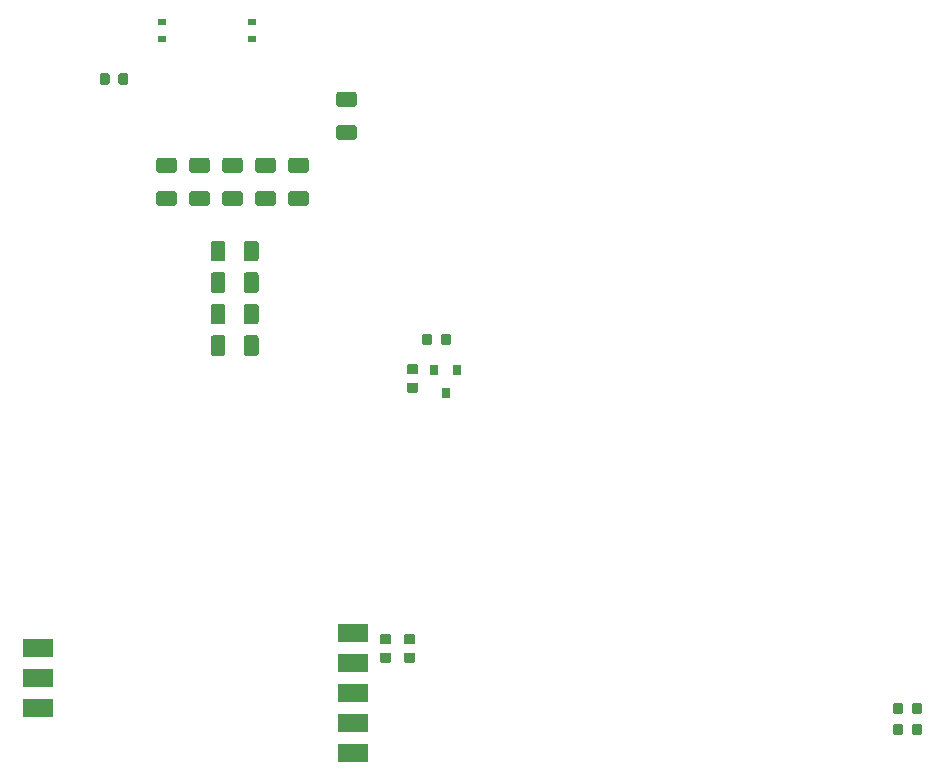
<source format=gbr>
G04 #@! TF.GenerationSoftware,KiCad,Pcbnew,(5.0.0)*
G04 #@! TF.CreationDate,2019-05-21T21:20:09+02:00*
G04 #@! TF.ProjectId,Nightmare V2 pcb V6,4E696768746D61726520563220706362,rev?*
G04 #@! TF.SameCoordinates,Original*
G04 #@! TF.FileFunction,Paste,Bot*
G04 #@! TF.FilePolarity,Positive*
%FSLAX46Y46*%
G04 Gerber Fmt 4.6, Leading zero omitted, Abs format (unit mm)*
G04 Created by KiCad (PCBNEW (5.0.0)) date 05/21/19 21:20:09*
%MOMM*%
%LPD*%
G01*
G04 APERTURE LIST*
%ADD10C,0.100000*%
%ADD11C,0.875000*%
%ADD12R,0.800000X0.900000*%
%ADD13R,0.700000X0.600000*%
%ADD14C,1.250000*%
%ADD15R,2.540000X1.524000*%
G04 APERTURE END LIST*
D10*
G04 #@! TO.C,R12*
G36*
X160539691Y-106714053D02*
X160560926Y-106717203D01*
X160581750Y-106722419D01*
X160601962Y-106729651D01*
X160621368Y-106738830D01*
X160639781Y-106749866D01*
X160657024Y-106762654D01*
X160672930Y-106777070D01*
X160687346Y-106792976D01*
X160700134Y-106810219D01*
X160711170Y-106828632D01*
X160720349Y-106848038D01*
X160727581Y-106868250D01*
X160732797Y-106889074D01*
X160735947Y-106910309D01*
X160737000Y-106931750D01*
X160737000Y-107444250D01*
X160735947Y-107465691D01*
X160732797Y-107486926D01*
X160727581Y-107507750D01*
X160720349Y-107527962D01*
X160711170Y-107547368D01*
X160700134Y-107565781D01*
X160687346Y-107583024D01*
X160672930Y-107598930D01*
X160657024Y-107613346D01*
X160639781Y-107626134D01*
X160621368Y-107637170D01*
X160601962Y-107646349D01*
X160581750Y-107653581D01*
X160560926Y-107658797D01*
X160539691Y-107661947D01*
X160518250Y-107663000D01*
X160080750Y-107663000D01*
X160059309Y-107661947D01*
X160038074Y-107658797D01*
X160017250Y-107653581D01*
X159997038Y-107646349D01*
X159977632Y-107637170D01*
X159959219Y-107626134D01*
X159941976Y-107613346D01*
X159926070Y-107598930D01*
X159911654Y-107583024D01*
X159898866Y-107565781D01*
X159887830Y-107547368D01*
X159878651Y-107527962D01*
X159871419Y-107507750D01*
X159866203Y-107486926D01*
X159863053Y-107465691D01*
X159862000Y-107444250D01*
X159862000Y-106931750D01*
X159863053Y-106910309D01*
X159866203Y-106889074D01*
X159871419Y-106868250D01*
X159878651Y-106848038D01*
X159887830Y-106828632D01*
X159898866Y-106810219D01*
X159911654Y-106792976D01*
X159926070Y-106777070D01*
X159941976Y-106762654D01*
X159959219Y-106749866D01*
X159977632Y-106738830D01*
X159997038Y-106729651D01*
X160017250Y-106722419D01*
X160038074Y-106717203D01*
X160059309Y-106714053D01*
X160080750Y-106713000D01*
X160518250Y-106713000D01*
X160539691Y-106714053D01*
X160539691Y-106714053D01*
G37*
D11*
X160299500Y-107188000D03*
D10*
G36*
X158964691Y-106714053D02*
X158985926Y-106717203D01*
X159006750Y-106722419D01*
X159026962Y-106729651D01*
X159046368Y-106738830D01*
X159064781Y-106749866D01*
X159082024Y-106762654D01*
X159097930Y-106777070D01*
X159112346Y-106792976D01*
X159125134Y-106810219D01*
X159136170Y-106828632D01*
X159145349Y-106848038D01*
X159152581Y-106868250D01*
X159157797Y-106889074D01*
X159160947Y-106910309D01*
X159162000Y-106931750D01*
X159162000Y-107444250D01*
X159160947Y-107465691D01*
X159157797Y-107486926D01*
X159152581Y-107507750D01*
X159145349Y-107527962D01*
X159136170Y-107547368D01*
X159125134Y-107565781D01*
X159112346Y-107583024D01*
X159097930Y-107598930D01*
X159082024Y-107613346D01*
X159064781Y-107626134D01*
X159046368Y-107637170D01*
X159026962Y-107646349D01*
X159006750Y-107653581D01*
X158985926Y-107658797D01*
X158964691Y-107661947D01*
X158943250Y-107663000D01*
X158505750Y-107663000D01*
X158484309Y-107661947D01*
X158463074Y-107658797D01*
X158442250Y-107653581D01*
X158422038Y-107646349D01*
X158402632Y-107637170D01*
X158384219Y-107626134D01*
X158366976Y-107613346D01*
X158351070Y-107598930D01*
X158336654Y-107583024D01*
X158323866Y-107565781D01*
X158312830Y-107547368D01*
X158303651Y-107527962D01*
X158296419Y-107507750D01*
X158291203Y-107486926D01*
X158288053Y-107465691D01*
X158287000Y-107444250D01*
X158287000Y-106931750D01*
X158288053Y-106910309D01*
X158291203Y-106889074D01*
X158296419Y-106868250D01*
X158303651Y-106848038D01*
X158312830Y-106828632D01*
X158323866Y-106810219D01*
X158336654Y-106792976D01*
X158351070Y-106777070D01*
X158366976Y-106762654D01*
X158384219Y-106749866D01*
X158402632Y-106738830D01*
X158422038Y-106729651D01*
X158442250Y-106722419D01*
X158463074Y-106717203D01*
X158484309Y-106714053D01*
X158505750Y-106713000D01*
X158943250Y-106713000D01*
X158964691Y-106714053D01*
X158964691Y-106714053D01*
G37*
D11*
X158724500Y-107188000D03*
G04 #@! TD*
D10*
G04 #@! TO.C,R8*
G36*
X157757691Y-109266053D02*
X157778926Y-109269203D01*
X157799750Y-109274419D01*
X157819962Y-109281651D01*
X157839368Y-109290830D01*
X157857781Y-109301866D01*
X157875024Y-109314654D01*
X157890930Y-109329070D01*
X157905346Y-109344976D01*
X157918134Y-109362219D01*
X157929170Y-109380632D01*
X157938349Y-109400038D01*
X157945581Y-109420250D01*
X157950797Y-109441074D01*
X157953947Y-109462309D01*
X157955000Y-109483750D01*
X157955000Y-109921250D01*
X157953947Y-109942691D01*
X157950797Y-109963926D01*
X157945581Y-109984750D01*
X157938349Y-110004962D01*
X157929170Y-110024368D01*
X157918134Y-110042781D01*
X157905346Y-110060024D01*
X157890930Y-110075930D01*
X157875024Y-110090346D01*
X157857781Y-110103134D01*
X157839368Y-110114170D01*
X157819962Y-110123349D01*
X157799750Y-110130581D01*
X157778926Y-110135797D01*
X157757691Y-110138947D01*
X157736250Y-110140000D01*
X157223750Y-110140000D01*
X157202309Y-110138947D01*
X157181074Y-110135797D01*
X157160250Y-110130581D01*
X157140038Y-110123349D01*
X157120632Y-110114170D01*
X157102219Y-110103134D01*
X157084976Y-110090346D01*
X157069070Y-110075930D01*
X157054654Y-110060024D01*
X157041866Y-110042781D01*
X157030830Y-110024368D01*
X157021651Y-110004962D01*
X157014419Y-109984750D01*
X157009203Y-109963926D01*
X157006053Y-109942691D01*
X157005000Y-109921250D01*
X157005000Y-109483750D01*
X157006053Y-109462309D01*
X157009203Y-109441074D01*
X157014419Y-109420250D01*
X157021651Y-109400038D01*
X157030830Y-109380632D01*
X157041866Y-109362219D01*
X157054654Y-109344976D01*
X157069070Y-109329070D01*
X157084976Y-109314654D01*
X157102219Y-109301866D01*
X157120632Y-109290830D01*
X157140038Y-109281651D01*
X157160250Y-109274419D01*
X157181074Y-109269203D01*
X157202309Y-109266053D01*
X157223750Y-109265000D01*
X157736250Y-109265000D01*
X157757691Y-109266053D01*
X157757691Y-109266053D01*
G37*
D11*
X157480000Y-109702500D03*
D10*
G36*
X157757691Y-110841053D02*
X157778926Y-110844203D01*
X157799750Y-110849419D01*
X157819962Y-110856651D01*
X157839368Y-110865830D01*
X157857781Y-110876866D01*
X157875024Y-110889654D01*
X157890930Y-110904070D01*
X157905346Y-110919976D01*
X157918134Y-110937219D01*
X157929170Y-110955632D01*
X157938349Y-110975038D01*
X157945581Y-110995250D01*
X157950797Y-111016074D01*
X157953947Y-111037309D01*
X157955000Y-111058750D01*
X157955000Y-111496250D01*
X157953947Y-111517691D01*
X157950797Y-111538926D01*
X157945581Y-111559750D01*
X157938349Y-111579962D01*
X157929170Y-111599368D01*
X157918134Y-111617781D01*
X157905346Y-111635024D01*
X157890930Y-111650930D01*
X157875024Y-111665346D01*
X157857781Y-111678134D01*
X157839368Y-111689170D01*
X157819962Y-111698349D01*
X157799750Y-111705581D01*
X157778926Y-111710797D01*
X157757691Y-111713947D01*
X157736250Y-111715000D01*
X157223750Y-111715000D01*
X157202309Y-111713947D01*
X157181074Y-111710797D01*
X157160250Y-111705581D01*
X157140038Y-111698349D01*
X157120632Y-111689170D01*
X157102219Y-111678134D01*
X157084976Y-111665346D01*
X157069070Y-111650930D01*
X157054654Y-111635024D01*
X157041866Y-111617781D01*
X157030830Y-111599368D01*
X157021651Y-111579962D01*
X157014419Y-111559750D01*
X157009203Y-111538926D01*
X157006053Y-111517691D01*
X157005000Y-111496250D01*
X157005000Y-111058750D01*
X157006053Y-111037309D01*
X157009203Y-111016074D01*
X157014419Y-110995250D01*
X157021651Y-110975038D01*
X157030830Y-110955632D01*
X157041866Y-110937219D01*
X157054654Y-110919976D01*
X157069070Y-110904070D01*
X157084976Y-110889654D01*
X157102219Y-110876866D01*
X157120632Y-110865830D01*
X157140038Y-110856651D01*
X157160250Y-110849419D01*
X157181074Y-110844203D01*
X157202309Y-110841053D01*
X157223750Y-110840000D01*
X157736250Y-110840000D01*
X157757691Y-110841053D01*
X157757691Y-110841053D01*
G37*
D11*
X157480000Y-111277500D03*
G04 #@! TD*
D12*
G04 #@! TO.C,Q2*
X159324000Y-109744000D03*
X161224000Y-109744000D03*
X160274000Y-111744000D03*
G04 #@! TD*
D13*
G04 #@! TO.C,D3*
X143891000Y-81726000D03*
X143891000Y-80326000D03*
G04 #@! TD*
G04 #@! TO.C,D2*
X136271000Y-80326000D03*
X136271000Y-81726000D03*
G04 #@! TD*
D10*
G04 #@! TO.C,C1*
G36*
X133234691Y-84666853D02*
X133255926Y-84670003D01*
X133276750Y-84675219D01*
X133296962Y-84682451D01*
X133316368Y-84691630D01*
X133334781Y-84702666D01*
X133352024Y-84715454D01*
X133367930Y-84729870D01*
X133382346Y-84745776D01*
X133395134Y-84763019D01*
X133406170Y-84781432D01*
X133415349Y-84800838D01*
X133422581Y-84821050D01*
X133427797Y-84841874D01*
X133430947Y-84863109D01*
X133432000Y-84884550D01*
X133432000Y-85397050D01*
X133430947Y-85418491D01*
X133427797Y-85439726D01*
X133422581Y-85460550D01*
X133415349Y-85480762D01*
X133406170Y-85500168D01*
X133395134Y-85518581D01*
X133382346Y-85535824D01*
X133367930Y-85551730D01*
X133352024Y-85566146D01*
X133334781Y-85578934D01*
X133316368Y-85589970D01*
X133296962Y-85599149D01*
X133276750Y-85606381D01*
X133255926Y-85611597D01*
X133234691Y-85614747D01*
X133213250Y-85615800D01*
X132775750Y-85615800D01*
X132754309Y-85614747D01*
X132733074Y-85611597D01*
X132712250Y-85606381D01*
X132692038Y-85599149D01*
X132672632Y-85589970D01*
X132654219Y-85578934D01*
X132636976Y-85566146D01*
X132621070Y-85551730D01*
X132606654Y-85535824D01*
X132593866Y-85518581D01*
X132582830Y-85500168D01*
X132573651Y-85480762D01*
X132566419Y-85460550D01*
X132561203Y-85439726D01*
X132558053Y-85418491D01*
X132557000Y-85397050D01*
X132557000Y-84884550D01*
X132558053Y-84863109D01*
X132561203Y-84841874D01*
X132566419Y-84821050D01*
X132573651Y-84800838D01*
X132582830Y-84781432D01*
X132593866Y-84763019D01*
X132606654Y-84745776D01*
X132621070Y-84729870D01*
X132636976Y-84715454D01*
X132654219Y-84702666D01*
X132672632Y-84691630D01*
X132692038Y-84682451D01*
X132712250Y-84675219D01*
X132733074Y-84670003D01*
X132754309Y-84666853D01*
X132775750Y-84665800D01*
X133213250Y-84665800D01*
X133234691Y-84666853D01*
X133234691Y-84666853D01*
G37*
D11*
X132994500Y-85140800D03*
D10*
G36*
X131659691Y-84666853D02*
X131680926Y-84670003D01*
X131701750Y-84675219D01*
X131721962Y-84682451D01*
X131741368Y-84691630D01*
X131759781Y-84702666D01*
X131777024Y-84715454D01*
X131792930Y-84729870D01*
X131807346Y-84745776D01*
X131820134Y-84763019D01*
X131831170Y-84781432D01*
X131840349Y-84800838D01*
X131847581Y-84821050D01*
X131852797Y-84841874D01*
X131855947Y-84863109D01*
X131857000Y-84884550D01*
X131857000Y-85397050D01*
X131855947Y-85418491D01*
X131852797Y-85439726D01*
X131847581Y-85460550D01*
X131840349Y-85480762D01*
X131831170Y-85500168D01*
X131820134Y-85518581D01*
X131807346Y-85535824D01*
X131792930Y-85551730D01*
X131777024Y-85566146D01*
X131759781Y-85578934D01*
X131741368Y-85589970D01*
X131721962Y-85599149D01*
X131701750Y-85606381D01*
X131680926Y-85611597D01*
X131659691Y-85614747D01*
X131638250Y-85615800D01*
X131200750Y-85615800D01*
X131179309Y-85614747D01*
X131158074Y-85611597D01*
X131137250Y-85606381D01*
X131117038Y-85599149D01*
X131097632Y-85589970D01*
X131079219Y-85578934D01*
X131061976Y-85566146D01*
X131046070Y-85551730D01*
X131031654Y-85535824D01*
X131018866Y-85518581D01*
X131007830Y-85500168D01*
X130998651Y-85480762D01*
X130991419Y-85460550D01*
X130986203Y-85439726D01*
X130983053Y-85418491D01*
X130982000Y-85397050D01*
X130982000Y-84884550D01*
X130983053Y-84863109D01*
X130986203Y-84841874D01*
X130991419Y-84821050D01*
X130998651Y-84800838D01*
X131007830Y-84781432D01*
X131018866Y-84763019D01*
X131031654Y-84745776D01*
X131046070Y-84729870D01*
X131061976Y-84715454D01*
X131079219Y-84702666D01*
X131097632Y-84691630D01*
X131117038Y-84682451D01*
X131137250Y-84675219D01*
X131158074Y-84670003D01*
X131179309Y-84666853D01*
X131200750Y-84665800D01*
X131638250Y-84665800D01*
X131659691Y-84666853D01*
X131659691Y-84666853D01*
G37*
D11*
X131419500Y-85140800D03*
G04 #@! TD*
D10*
G04 #@! TO.C,C67*
G36*
X157503691Y-133701053D02*
X157524926Y-133704203D01*
X157545750Y-133709419D01*
X157565962Y-133716651D01*
X157585368Y-133725830D01*
X157603781Y-133736866D01*
X157621024Y-133749654D01*
X157636930Y-133764070D01*
X157651346Y-133779976D01*
X157664134Y-133797219D01*
X157675170Y-133815632D01*
X157684349Y-133835038D01*
X157691581Y-133855250D01*
X157696797Y-133876074D01*
X157699947Y-133897309D01*
X157701000Y-133918750D01*
X157701000Y-134356250D01*
X157699947Y-134377691D01*
X157696797Y-134398926D01*
X157691581Y-134419750D01*
X157684349Y-134439962D01*
X157675170Y-134459368D01*
X157664134Y-134477781D01*
X157651346Y-134495024D01*
X157636930Y-134510930D01*
X157621024Y-134525346D01*
X157603781Y-134538134D01*
X157585368Y-134549170D01*
X157565962Y-134558349D01*
X157545750Y-134565581D01*
X157524926Y-134570797D01*
X157503691Y-134573947D01*
X157482250Y-134575000D01*
X156969750Y-134575000D01*
X156948309Y-134573947D01*
X156927074Y-134570797D01*
X156906250Y-134565581D01*
X156886038Y-134558349D01*
X156866632Y-134549170D01*
X156848219Y-134538134D01*
X156830976Y-134525346D01*
X156815070Y-134510930D01*
X156800654Y-134495024D01*
X156787866Y-134477781D01*
X156776830Y-134459368D01*
X156767651Y-134439962D01*
X156760419Y-134419750D01*
X156755203Y-134398926D01*
X156752053Y-134377691D01*
X156751000Y-134356250D01*
X156751000Y-133918750D01*
X156752053Y-133897309D01*
X156755203Y-133876074D01*
X156760419Y-133855250D01*
X156767651Y-133835038D01*
X156776830Y-133815632D01*
X156787866Y-133797219D01*
X156800654Y-133779976D01*
X156815070Y-133764070D01*
X156830976Y-133749654D01*
X156848219Y-133736866D01*
X156866632Y-133725830D01*
X156886038Y-133716651D01*
X156906250Y-133709419D01*
X156927074Y-133704203D01*
X156948309Y-133701053D01*
X156969750Y-133700000D01*
X157482250Y-133700000D01*
X157503691Y-133701053D01*
X157503691Y-133701053D01*
G37*
D11*
X157226000Y-134137500D03*
D10*
G36*
X157503691Y-132126053D02*
X157524926Y-132129203D01*
X157545750Y-132134419D01*
X157565962Y-132141651D01*
X157585368Y-132150830D01*
X157603781Y-132161866D01*
X157621024Y-132174654D01*
X157636930Y-132189070D01*
X157651346Y-132204976D01*
X157664134Y-132222219D01*
X157675170Y-132240632D01*
X157684349Y-132260038D01*
X157691581Y-132280250D01*
X157696797Y-132301074D01*
X157699947Y-132322309D01*
X157701000Y-132343750D01*
X157701000Y-132781250D01*
X157699947Y-132802691D01*
X157696797Y-132823926D01*
X157691581Y-132844750D01*
X157684349Y-132864962D01*
X157675170Y-132884368D01*
X157664134Y-132902781D01*
X157651346Y-132920024D01*
X157636930Y-132935930D01*
X157621024Y-132950346D01*
X157603781Y-132963134D01*
X157585368Y-132974170D01*
X157565962Y-132983349D01*
X157545750Y-132990581D01*
X157524926Y-132995797D01*
X157503691Y-132998947D01*
X157482250Y-133000000D01*
X156969750Y-133000000D01*
X156948309Y-132998947D01*
X156927074Y-132995797D01*
X156906250Y-132990581D01*
X156886038Y-132983349D01*
X156866632Y-132974170D01*
X156848219Y-132963134D01*
X156830976Y-132950346D01*
X156815070Y-132935930D01*
X156800654Y-132920024D01*
X156787866Y-132902781D01*
X156776830Y-132884368D01*
X156767651Y-132864962D01*
X156760419Y-132844750D01*
X156755203Y-132823926D01*
X156752053Y-132802691D01*
X156751000Y-132781250D01*
X156751000Y-132343750D01*
X156752053Y-132322309D01*
X156755203Y-132301074D01*
X156760419Y-132280250D01*
X156767651Y-132260038D01*
X156776830Y-132240632D01*
X156787866Y-132222219D01*
X156800654Y-132204976D01*
X156815070Y-132189070D01*
X156830976Y-132174654D01*
X156848219Y-132161866D01*
X156866632Y-132150830D01*
X156886038Y-132141651D01*
X156906250Y-132134419D01*
X156927074Y-132129203D01*
X156948309Y-132126053D01*
X156969750Y-132125000D01*
X157482250Y-132125000D01*
X157503691Y-132126053D01*
X157503691Y-132126053D01*
G37*
D11*
X157226000Y-132562500D03*
G04 #@! TD*
D10*
G04 #@! TO.C,C66*
G36*
X155471691Y-132126053D02*
X155492926Y-132129203D01*
X155513750Y-132134419D01*
X155533962Y-132141651D01*
X155553368Y-132150830D01*
X155571781Y-132161866D01*
X155589024Y-132174654D01*
X155604930Y-132189070D01*
X155619346Y-132204976D01*
X155632134Y-132222219D01*
X155643170Y-132240632D01*
X155652349Y-132260038D01*
X155659581Y-132280250D01*
X155664797Y-132301074D01*
X155667947Y-132322309D01*
X155669000Y-132343750D01*
X155669000Y-132781250D01*
X155667947Y-132802691D01*
X155664797Y-132823926D01*
X155659581Y-132844750D01*
X155652349Y-132864962D01*
X155643170Y-132884368D01*
X155632134Y-132902781D01*
X155619346Y-132920024D01*
X155604930Y-132935930D01*
X155589024Y-132950346D01*
X155571781Y-132963134D01*
X155553368Y-132974170D01*
X155533962Y-132983349D01*
X155513750Y-132990581D01*
X155492926Y-132995797D01*
X155471691Y-132998947D01*
X155450250Y-133000000D01*
X154937750Y-133000000D01*
X154916309Y-132998947D01*
X154895074Y-132995797D01*
X154874250Y-132990581D01*
X154854038Y-132983349D01*
X154834632Y-132974170D01*
X154816219Y-132963134D01*
X154798976Y-132950346D01*
X154783070Y-132935930D01*
X154768654Y-132920024D01*
X154755866Y-132902781D01*
X154744830Y-132884368D01*
X154735651Y-132864962D01*
X154728419Y-132844750D01*
X154723203Y-132823926D01*
X154720053Y-132802691D01*
X154719000Y-132781250D01*
X154719000Y-132343750D01*
X154720053Y-132322309D01*
X154723203Y-132301074D01*
X154728419Y-132280250D01*
X154735651Y-132260038D01*
X154744830Y-132240632D01*
X154755866Y-132222219D01*
X154768654Y-132204976D01*
X154783070Y-132189070D01*
X154798976Y-132174654D01*
X154816219Y-132161866D01*
X154834632Y-132150830D01*
X154854038Y-132141651D01*
X154874250Y-132134419D01*
X154895074Y-132129203D01*
X154916309Y-132126053D01*
X154937750Y-132125000D01*
X155450250Y-132125000D01*
X155471691Y-132126053D01*
X155471691Y-132126053D01*
G37*
D11*
X155194000Y-132562500D03*
D10*
G36*
X155471691Y-133701053D02*
X155492926Y-133704203D01*
X155513750Y-133709419D01*
X155533962Y-133716651D01*
X155553368Y-133725830D01*
X155571781Y-133736866D01*
X155589024Y-133749654D01*
X155604930Y-133764070D01*
X155619346Y-133779976D01*
X155632134Y-133797219D01*
X155643170Y-133815632D01*
X155652349Y-133835038D01*
X155659581Y-133855250D01*
X155664797Y-133876074D01*
X155667947Y-133897309D01*
X155669000Y-133918750D01*
X155669000Y-134356250D01*
X155667947Y-134377691D01*
X155664797Y-134398926D01*
X155659581Y-134419750D01*
X155652349Y-134439962D01*
X155643170Y-134459368D01*
X155632134Y-134477781D01*
X155619346Y-134495024D01*
X155604930Y-134510930D01*
X155589024Y-134525346D01*
X155571781Y-134538134D01*
X155553368Y-134549170D01*
X155533962Y-134558349D01*
X155513750Y-134565581D01*
X155492926Y-134570797D01*
X155471691Y-134573947D01*
X155450250Y-134575000D01*
X154937750Y-134575000D01*
X154916309Y-134573947D01*
X154895074Y-134570797D01*
X154874250Y-134565581D01*
X154854038Y-134558349D01*
X154834632Y-134549170D01*
X154816219Y-134538134D01*
X154798976Y-134525346D01*
X154783070Y-134510930D01*
X154768654Y-134495024D01*
X154755866Y-134477781D01*
X154744830Y-134459368D01*
X154735651Y-134439962D01*
X154728419Y-134419750D01*
X154723203Y-134398926D01*
X154720053Y-134377691D01*
X154719000Y-134356250D01*
X154719000Y-133918750D01*
X154720053Y-133897309D01*
X154723203Y-133876074D01*
X154728419Y-133855250D01*
X154735651Y-133835038D01*
X154744830Y-133815632D01*
X154755866Y-133797219D01*
X154768654Y-133779976D01*
X154783070Y-133764070D01*
X154798976Y-133749654D01*
X154816219Y-133736866D01*
X154834632Y-133725830D01*
X154854038Y-133716651D01*
X154874250Y-133709419D01*
X154895074Y-133704203D01*
X154916309Y-133701053D01*
X154937750Y-133700000D01*
X155450250Y-133700000D01*
X155471691Y-133701053D01*
X155471691Y-133701053D01*
G37*
D11*
X155194000Y-134137500D03*
G04 #@! TD*
D10*
G04 #@! TO.C,C64*
G36*
X198842691Y-139734053D02*
X198863926Y-139737203D01*
X198884750Y-139742419D01*
X198904962Y-139749651D01*
X198924368Y-139758830D01*
X198942781Y-139769866D01*
X198960024Y-139782654D01*
X198975930Y-139797070D01*
X198990346Y-139812976D01*
X199003134Y-139830219D01*
X199014170Y-139848632D01*
X199023349Y-139868038D01*
X199030581Y-139888250D01*
X199035797Y-139909074D01*
X199038947Y-139930309D01*
X199040000Y-139951750D01*
X199040000Y-140464250D01*
X199038947Y-140485691D01*
X199035797Y-140506926D01*
X199030581Y-140527750D01*
X199023349Y-140547962D01*
X199014170Y-140567368D01*
X199003134Y-140585781D01*
X198990346Y-140603024D01*
X198975930Y-140618930D01*
X198960024Y-140633346D01*
X198942781Y-140646134D01*
X198924368Y-140657170D01*
X198904962Y-140666349D01*
X198884750Y-140673581D01*
X198863926Y-140678797D01*
X198842691Y-140681947D01*
X198821250Y-140683000D01*
X198383750Y-140683000D01*
X198362309Y-140681947D01*
X198341074Y-140678797D01*
X198320250Y-140673581D01*
X198300038Y-140666349D01*
X198280632Y-140657170D01*
X198262219Y-140646134D01*
X198244976Y-140633346D01*
X198229070Y-140618930D01*
X198214654Y-140603024D01*
X198201866Y-140585781D01*
X198190830Y-140567368D01*
X198181651Y-140547962D01*
X198174419Y-140527750D01*
X198169203Y-140506926D01*
X198166053Y-140485691D01*
X198165000Y-140464250D01*
X198165000Y-139951750D01*
X198166053Y-139930309D01*
X198169203Y-139909074D01*
X198174419Y-139888250D01*
X198181651Y-139868038D01*
X198190830Y-139848632D01*
X198201866Y-139830219D01*
X198214654Y-139812976D01*
X198229070Y-139797070D01*
X198244976Y-139782654D01*
X198262219Y-139769866D01*
X198280632Y-139758830D01*
X198300038Y-139749651D01*
X198320250Y-139742419D01*
X198341074Y-139737203D01*
X198362309Y-139734053D01*
X198383750Y-139733000D01*
X198821250Y-139733000D01*
X198842691Y-139734053D01*
X198842691Y-139734053D01*
G37*
D11*
X198602500Y-140208000D03*
D10*
G36*
X200417691Y-139734053D02*
X200438926Y-139737203D01*
X200459750Y-139742419D01*
X200479962Y-139749651D01*
X200499368Y-139758830D01*
X200517781Y-139769866D01*
X200535024Y-139782654D01*
X200550930Y-139797070D01*
X200565346Y-139812976D01*
X200578134Y-139830219D01*
X200589170Y-139848632D01*
X200598349Y-139868038D01*
X200605581Y-139888250D01*
X200610797Y-139909074D01*
X200613947Y-139930309D01*
X200615000Y-139951750D01*
X200615000Y-140464250D01*
X200613947Y-140485691D01*
X200610797Y-140506926D01*
X200605581Y-140527750D01*
X200598349Y-140547962D01*
X200589170Y-140567368D01*
X200578134Y-140585781D01*
X200565346Y-140603024D01*
X200550930Y-140618930D01*
X200535024Y-140633346D01*
X200517781Y-140646134D01*
X200499368Y-140657170D01*
X200479962Y-140666349D01*
X200459750Y-140673581D01*
X200438926Y-140678797D01*
X200417691Y-140681947D01*
X200396250Y-140683000D01*
X199958750Y-140683000D01*
X199937309Y-140681947D01*
X199916074Y-140678797D01*
X199895250Y-140673581D01*
X199875038Y-140666349D01*
X199855632Y-140657170D01*
X199837219Y-140646134D01*
X199819976Y-140633346D01*
X199804070Y-140618930D01*
X199789654Y-140603024D01*
X199776866Y-140585781D01*
X199765830Y-140567368D01*
X199756651Y-140547962D01*
X199749419Y-140527750D01*
X199744203Y-140506926D01*
X199741053Y-140485691D01*
X199740000Y-140464250D01*
X199740000Y-139951750D01*
X199741053Y-139930309D01*
X199744203Y-139909074D01*
X199749419Y-139888250D01*
X199756651Y-139868038D01*
X199765830Y-139848632D01*
X199776866Y-139830219D01*
X199789654Y-139812976D01*
X199804070Y-139797070D01*
X199819976Y-139782654D01*
X199837219Y-139769866D01*
X199855632Y-139758830D01*
X199875038Y-139749651D01*
X199895250Y-139742419D01*
X199916074Y-139737203D01*
X199937309Y-139734053D01*
X199958750Y-139733000D01*
X200396250Y-139733000D01*
X200417691Y-139734053D01*
X200417691Y-139734053D01*
G37*
D11*
X200177500Y-140208000D03*
G04 #@! TD*
D10*
G04 #@! TO.C,C65*
G36*
X200417691Y-137956053D02*
X200438926Y-137959203D01*
X200459750Y-137964419D01*
X200479962Y-137971651D01*
X200499368Y-137980830D01*
X200517781Y-137991866D01*
X200535024Y-138004654D01*
X200550930Y-138019070D01*
X200565346Y-138034976D01*
X200578134Y-138052219D01*
X200589170Y-138070632D01*
X200598349Y-138090038D01*
X200605581Y-138110250D01*
X200610797Y-138131074D01*
X200613947Y-138152309D01*
X200615000Y-138173750D01*
X200615000Y-138686250D01*
X200613947Y-138707691D01*
X200610797Y-138728926D01*
X200605581Y-138749750D01*
X200598349Y-138769962D01*
X200589170Y-138789368D01*
X200578134Y-138807781D01*
X200565346Y-138825024D01*
X200550930Y-138840930D01*
X200535024Y-138855346D01*
X200517781Y-138868134D01*
X200499368Y-138879170D01*
X200479962Y-138888349D01*
X200459750Y-138895581D01*
X200438926Y-138900797D01*
X200417691Y-138903947D01*
X200396250Y-138905000D01*
X199958750Y-138905000D01*
X199937309Y-138903947D01*
X199916074Y-138900797D01*
X199895250Y-138895581D01*
X199875038Y-138888349D01*
X199855632Y-138879170D01*
X199837219Y-138868134D01*
X199819976Y-138855346D01*
X199804070Y-138840930D01*
X199789654Y-138825024D01*
X199776866Y-138807781D01*
X199765830Y-138789368D01*
X199756651Y-138769962D01*
X199749419Y-138749750D01*
X199744203Y-138728926D01*
X199741053Y-138707691D01*
X199740000Y-138686250D01*
X199740000Y-138173750D01*
X199741053Y-138152309D01*
X199744203Y-138131074D01*
X199749419Y-138110250D01*
X199756651Y-138090038D01*
X199765830Y-138070632D01*
X199776866Y-138052219D01*
X199789654Y-138034976D01*
X199804070Y-138019070D01*
X199819976Y-138004654D01*
X199837219Y-137991866D01*
X199855632Y-137980830D01*
X199875038Y-137971651D01*
X199895250Y-137964419D01*
X199916074Y-137959203D01*
X199937309Y-137956053D01*
X199958750Y-137955000D01*
X200396250Y-137955000D01*
X200417691Y-137956053D01*
X200417691Y-137956053D01*
G37*
D11*
X200177500Y-138430000D03*
D10*
G36*
X198842691Y-137956053D02*
X198863926Y-137959203D01*
X198884750Y-137964419D01*
X198904962Y-137971651D01*
X198924368Y-137980830D01*
X198942781Y-137991866D01*
X198960024Y-138004654D01*
X198975930Y-138019070D01*
X198990346Y-138034976D01*
X199003134Y-138052219D01*
X199014170Y-138070632D01*
X199023349Y-138090038D01*
X199030581Y-138110250D01*
X199035797Y-138131074D01*
X199038947Y-138152309D01*
X199040000Y-138173750D01*
X199040000Y-138686250D01*
X199038947Y-138707691D01*
X199035797Y-138728926D01*
X199030581Y-138749750D01*
X199023349Y-138769962D01*
X199014170Y-138789368D01*
X199003134Y-138807781D01*
X198990346Y-138825024D01*
X198975930Y-138840930D01*
X198960024Y-138855346D01*
X198942781Y-138868134D01*
X198924368Y-138879170D01*
X198904962Y-138888349D01*
X198884750Y-138895581D01*
X198863926Y-138900797D01*
X198842691Y-138903947D01*
X198821250Y-138905000D01*
X198383750Y-138905000D01*
X198362309Y-138903947D01*
X198341074Y-138900797D01*
X198320250Y-138895581D01*
X198300038Y-138888349D01*
X198280632Y-138879170D01*
X198262219Y-138868134D01*
X198244976Y-138855346D01*
X198229070Y-138840930D01*
X198214654Y-138825024D01*
X198201866Y-138807781D01*
X198190830Y-138789368D01*
X198181651Y-138769962D01*
X198174419Y-138749750D01*
X198169203Y-138728926D01*
X198166053Y-138707691D01*
X198165000Y-138686250D01*
X198165000Y-138173750D01*
X198166053Y-138152309D01*
X198169203Y-138131074D01*
X198174419Y-138110250D01*
X198181651Y-138090038D01*
X198190830Y-138070632D01*
X198201866Y-138052219D01*
X198214654Y-138034976D01*
X198229070Y-138019070D01*
X198244976Y-138004654D01*
X198262219Y-137991866D01*
X198280632Y-137980830D01*
X198300038Y-137971651D01*
X198320250Y-137964419D01*
X198341074Y-137959203D01*
X198362309Y-137956053D01*
X198383750Y-137955000D01*
X198821250Y-137955000D01*
X198842691Y-137956053D01*
X198842691Y-137956053D01*
G37*
D11*
X198602500Y-138430000D03*
G04 #@! TD*
D10*
G04 #@! TO.C,C62*
G36*
X145683504Y-94629204D02*
X145707773Y-94632804D01*
X145731571Y-94638765D01*
X145754671Y-94647030D01*
X145776849Y-94657520D01*
X145797893Y-94670133D01*
X145817598Y-94684747D01*
X145835777Y-94701223D01*
X145852253Y-94719402D01*
X145866867Y-94739107D01*
X145879480Y-94760151D01*
X145889970Y-94782329D01*
X145898235Y-94805429D01*
X145904196Y-94829227D01*
X145907796Y-94853496D01*
X145909000Y-94878000D01*
X145909000Y-95628000D01*
X145907796Y-95652504D01*
X145904196Y-95676773D01*
X145898235Y-95700571D01*
X145889970Y-95723671D01*
X145879480Y-95745849D01*
X145866867Y-95766893D01*
X145852253Y-95786598D01*
X145835777Y-95804777D01*
X145817598Y-95821253D01*
X145797893Y-95835867D01*
X145776849Y-95848480D01*
X145754671Y-95858970D01*
X145731571Y-95867235D01*
X145707773Y-95873196D01*
X145683504Y-95876796D01*
X145659000Y-95878000D01*
X144409000Y-95878000D01*
X144384496Y-95876796D01*
X144360227Y-95873196D01*
X144336429Y-95867235D01*
X144313329Y-95858970D01*
X144291151Y-95848480D01*
X144270107Y-95835867D01*
X144250402Y-95821253D01*
X144232223Y-95804777D01*
X144215747Y-95786598D01*
X144201133Y-95766893D01*
X144188520Y-95745849D01*
X144178030Y-95723671D01*
X144169765Y-95700571D01*
X144163804Y-95676773D01*
X144160204Y-95652504D01*
X144159000Y-95628000D01*
X144159000Y-94878000D01*
X144160204Y-94853496D01*
X144163804Y-94829227D01*
X144169765Y-94805429D01*
X144178030Y-94782329D01*
X144188520Y-94760151D01*
X144201133Y-94739107D01*
X144215747Y-94719402D01*
X144232223Y-94701223D01*
X144250402Y-94684747D01*
X144270107Y-94670133D01*
X144291151Y-94657520D01*
X144313329Y-94647030D01*
X144336429Y-94638765D01*
X144360227Y-94632804D01*
X144384496Y-94629204D01*
X144409000Y-94628000D01*
X145659000Y-94628000D01*
X145683504Y-94629204D01*
X145683504Y-94629204D01*
G37*
D14*
X145034000Y-95253000D03*
D10*
G36*
X145683504Y-91829204D02*
X145707773Y-91832804D01*
X145731571Y-91838765D01*
X145754671Y-91847030D01*
X145776849Y-91857520D01*
X145797893Y-91870133D01*
X145817598Y-91884747D01*
X145835777Y-91901223D01*
X145852253Y-91919402D01*
X145866867Y-91939107D01*
X145879480Y-91960151D01*
X145889970Y-91982329D01*
X145898235Y-92005429D01*
X145904196Y-92029227D01*
X145907796Y-92053496D01*
X145909000Y-92078000D01*
X145909000Y-92828000D01*
X145907796Y-92852504D01*
X145904196Y-92876773D01*
X145898235Y-92900571D01*
X145889970Y-92923671D01*
X145879480Y-92945849D01*
X145866867Y-92966893D01*
X145852253Y-92986598D01*
X145835777Y-93004777D01*
X145817598Y-93021253D01*
X145797893Y-93035867D01*
X145776849Y-93048480D01*
X145754671Y-93058970D01*
X145731571Y-93067235D01*
X145707773Y-93073196D01*
X145683504Y-93076796D01*
X145659000Y-93078000D01*
X144409000Y-93078000D01*
X144384496Y-93076796D01*
X144360227Y-93073196D01*
X144336429Y-93067235D01*
X144313329Y-93058970D01*
X144291151Y-93048480D01*
X144270107Y-93035867D01*
X144250402Y-93021253D01*
X144232223Y-93004777D01*
X144215747Y-92986598D01*
X144201133Y-92966893D01*
X144188520Y-92945849D01*
X144178030Y-92923671D01*
X144169765Y-92900571D01*
X144163804Y-92876773D01*
X144160204Y-92852504D01*
X144159000Y-92828000D01*
X144159000Y-92078000D01*
X144160204Y-92053496D01*
X144163804Y-92029227D01*
X144169765Y-92005429D01*
X144178030Y-91982329D01*
X144188520Y-91960151D01*
X144201133Y-91939107D01*
X144215747Y-91919402D01*
X144232223Y-91901223D01*
X144250402Y-91884747D01*
X144270107Y-91870133D01*
X144291151Y-91857520D01*
X144313329Y-91847030D01*
X144336429Y-91838765D01*
X144360227Y-91832804D01*
X144384496Y-91829204D01*
X144409000Y-91828000D01*
X145659000Y-91828000D01*
X145683504Y-91829204D01*
X145683504Y-91829204D01*
G37*
D14*
X145034000Y-92453000D03*
G04 #@! TD*
D10*
G04 #@! TO.C,C63*
G36*
X148477504Y-91829204D02*
X148501773Y-91832804D01*
X148525571Y-91838765D01*
X148548671Y-91847030D01*
X148570849Y-91857520D01*
X148591893Y-91870133D01*
X148611598Y-91884747D01*
X148629777Y-91901223D01*
X148646253Y-91919402D01*
X148660867Y-91939107D01*
X148673480Y-91960151D01*
X148683970Y-91982329D01*
X148692235Y-92005429D01*
X148698196Y-92029227D01*
X148701796Y-92053496D01*
X148703000Y-92078000D01*
X148703000Y-92828000D01*
X148701796Y-92852504D01*
X148698196Y-92876773D01*
X148692235Y-92900571D01*
X148683970Y-92923671D01*
X148673480Y-92945849D01*
X148660867Y-92966893D01*
X148646253Y-92986598D01*
X148629777Y-93004777D01*
X148611598Y-93021253D01*
X148591893Y-93035867D01*
X148570849Y-93048480D01*
X148548671Y-93058970D01*
X148525571Y-93067235D01*
X148501773Y-93073196D01*
X148477504Y-93076796D01*
X148453000Y-93078000D01*
X147203000Y-93078000D01*
X147178496Y-93076796D01*
X147154227Y-93073196D01*
X147130429Y-93067235D01*
X147107329Y-93058970D01*
X147085151Y-93048480D01*
X147064107Y-93035867D01*
X147044402Y-93021253D01*
X147026223Y-93004777D01*
X147009747Y-92986598D01*
X146995133Y-92966893D01*
X146982520Y-92945849D01*
X146972030Y-92923671D01*
X146963765Y-92900571D01*
X146957804Y-92876773D01*
X146954204Y-92852504D01*
X146953000Y-92828000D01*
X146953000Y-92078000D01*
X146954204Y-92053496D01*
X146957804Y-92029227D01*
X146963765Y-92005429D01*
X146972030Y-91982329D01*
X146982520Y-91960151D01*
X146995133Y-91939107D01*
X147009747Y-91919402D01*
X147026223Y-91901223D01*
X147044402Y-91884747D01*
X147064107Y-91870133D01*
X147085151Y-91857520D01*
X147107329Y-91847030D01*
X147130429Y-91838765D01*
X147154227Y-91832804D01*
X147178496Y-91829204D01*
X147203000Y-91828000D01*
X148453000Y-91828000D01*
X148477504Y-91829204D01*
X148477504Y-91829204D01*
G37*
D14*
X147828000Y-92453000D03*
D10*
G36*
X148477504Y-94629204D02*
X148501773Y-94632804D01*
X148525571Y-94638765D01*
X148548671Y-94647030D01*
X148570849Y-94657520D01*
X148591893Y-94670133D01*
X148611598Y-94684747D01*
X148629777Y-94701223D01*
X148646253Y-94719402D01*
X148660867Y-94739107D01*
X148673480Y-94760151D01*
X148683970Y-94782329D01*
X148692235Y-94805429D01*
X148698196Y-94829227D01*
X148701796Y-94853496D01*
X148703000Y-94878000D01*
X148703000Y-95628000D01*
X148701796Y-95652504D01*
X148698196Y-95676773D01*
X148692235Y-95700571D01*
X148683970Y-95723671D01*
X148673480Y-95745849D01*
X148660867Y-95766893D01*
X148646253Y-95786598D01*
X148629777Y-95804777D01*
X148611598Y-95821253D01*
X148591893Y-95835867D01*
X148570849Y-95848480D01*
X148548671Y-95858970D01*
X148525571Y-95867235D01*
X148501773Y-95873196D01*
X148477504Y-95876796D01*
X148453000Y-95878000D01*
X147203000Y-95878000D01*
X147178496Y-95876796D01*
X147154227Y-95873196D01*
X147130429Y-95867235D01*
X147107329Y-95858970D01*
X147085151Y-95848480D01*
X147064107Y-95835867D01*
X147044402Y-95821253D01*
X147026223Y-95804777D01*
X147009747Y-95786598D01*
X146995133Y-95766893D01*
X146982520Y-95745849D01*
X146972030Y-95723671D01*
X146963765Y-95700571D01*
X146957804Y-95676773D01*
X146954204Y-95652504D01*
X146953000Y-95628000D01*
X146953000Y-94878000D01*
X146954204Y-94853496D01*
X146957804Y-94829227D01*
X146963765Y-94805429D01*
X146972030Y-94782329D01*
X146982520Y-94760151D01*
X146995133Y-94739107D01*
X147009747Y-94719402D01*
X147026223Y-94701223D01*
X147044402Y-94684747D01*
X147064107Y-94670133D01*
X147085151Y-94657520D01*
X147107329Y-94647030D01*
X147130429Y-94638765D01*
X147154227Y-94632804D01*
X147178496Y-94629204D01*
X147203000Y-94628000D01*
X148453000Y-94628000D01*
X148477504Y-94629204D01*
X148477504Y-94629204D01*
G37*
D14*
X147828000Y-95253000D03*
G04 #@! TD*
D10*
G04 #@! TO.C,C59*
G36*
X137301504Y-94629204D02*
X137325773Y-94632804D01*
X137349571Y-94638765D01*
X137372671Y-94647030D01*
X137394849Y-94657520D01*
X137415893Y-94670133D01*
X137435598Y-94684747D01*
X137453777Y-94701223D01*
X137470253Y-94719402D01*
X137484867Y-94739107D01*
X137497480Y-94760151D01*
X137507970Y-94782329D01*
X137516235Y-94805429D01*
X137522196Y-94829227D01*
X137525796Y-94853496D01*
X137527000Y-94878000D01*
X137527000Y-95628000D01*
X137525796Y-95652504D01*
X137522196Y-95676773D01*
X137516235Y-95700571D01*
X137507970Y-95723671D01*
X137497480Y-95745849D01*
X137484867Y-95766893D01*
X137470253Y-95786598D01*
X137453777Y-95804777D01*
X137435598Y-95821253D01*
X137415893Y-95835867D01*
X137394849Y-95848480D01*
X137372671Y-95858970D01*
X137349571Y-95867235D01*
X137325773Y-95873196D01*
X137301504Y-95876796D01*
X137277000Y-95878000D01*
X136027000Y-95878000D01*
X136002496Y-95876796D01*
X135978227Y-95873196D01*
X135954429Y-95867235D01*
X135931329Y-95858970D01*
X135909151Y-95848480D01*
X135888107Y-95835867D01*
X135868402Y-95821253D01*
X135850223Y-95804777D01*
X135833747Y-95786598D01*
X135819133Y-95766893D01*
X135806520Y-95745849D01*
X135796030Y-95723671D01*
X135787765Y-95700571D01*
X135781804Y-95676773D01*
X135778204Y-95652504D01*
X135777000Y-95628000D01*
X135777000Y-94878000D01*
X135778204Y-94853496D01*
X135781804Y-94829227D01*
X135787765Y-94805429D01*
X135796030Y-94782329D01*
X135806520Y-94760151D01*
X135819133Y-94739107D01*
X135833747Y-94719402D01*
X135850223Y-94701223D01*
X135868402Y-94684747D01*
X135888107Y-94670133D01*
X135909151Y-94657520D01*
X135931329Y-94647030D01*
X135954429Y-94638765D01*
X135978227Y-94632804D01*
X136002496Y-94629204D01*
X136027000Y-94628000D01*
X137277000Y-94628000D01*
X137301504Y-94629204D01*
X137301504Y-94629204D01*
G37*
D14*
X136652000Y-95253000D03*
D10*
G36*
X137301504Y-91829204D02*
X137325773Y-91832804D01*
X137349571Y-91838765D01*
X137372671Y-91847030D01*
X137394849Y-91857520D01*
X137415893Y-91870133D01*
X137435598Y-91884747D01*
X137453777Y-91901223D01*
X137470253Y-91919402D01*
X137484867Y-91939107D01*
X137497480Y-91960151D01*
X137507970Y-91982329D01*
X137516235Y-92005429D01*
X137522196Y-92029227D01*
X137525796Y-92053496D01*
X137527000Y-92078000D01*
X137527000Y-92828000D01*
X137525796Y-92852504D01*
X137522196Y-92876773D01*
X137516235Y-92900571D01*
X137507970Y-92923671D01*
X137497480Y-92945849D01*
X137484867Y-92966893D01*
X137470253Y-92986598D01*
X137453777Y-93004777D01*
X137435598Y-93021253D01*
X137415893Y-93035867D01*
X137394849Y-93048480D01*
X137372671Y-93058970D01*
X137349571Y-93067235D01*
X137325773Y-93073196D01*
X137301504Y-93076796D01*
X137277000Y-93078000D01*
X136027000Y-93078000D01*
X136002496Y-93076796D01*
X135978227Y-93073196D01*
X135954429Y-93067235D01*
X135931329Y-93058970D01*
X135909151Y-93048480D01*
X135888107Y-93035867D01*
X135868402Y-93021253D01*
X135850223Y-93004777D01*
X135833747Y-92986598D01*
X135819133Y-92966893D01*
X135806520Y-92945849D01*
X135796030Y-92923671D01*
X135787765Y-92900571D01*
X135781804Y-92876773D01*
X135778204Y-92852504D01*
X135777000Y-92828000D01*
X135777000Y-92078000D01*
X135778204Y-92053496D01*
X135781804Y-92029227D01*
X135787765Y-92005429D01*
X135796030Y-91982329D01*
X135806520Y-91960151D01*
X135819133Y-91939107D01*
X135833747Y-91919402D01*
X135850223Y-91901223D01*
X135868402Y-91884747D01*
X135888107Y-91870133D01*
X135909151Y-91857520D01*
X135931329Y-91847030D01*
X135954429Y-91838765D01*
X135978227Y-91832804D01*
X136002496Y-91829204D01*
X136027000Y-91828000D01*
X137277000Y-91828000D01*
X137301504Y-91829204D01*
X137301504Y-91829204D01*
G37*
D14*
X136652000Y-92453000D03*
G04 #@! TD*
D10*
G04 #@! TO.C,C58*
G36*
X152541504Y-89041204D02*
X152565773Y-89044804D01*
X152589571Y-89050765D01*
X152612671Y-89059030D01*
X152634849Y-89069520D01*
X152655893Y-89082133D01*
X152675598Y-89096747D01*
X152693777Y-89113223D01*
X152710253Y-89131402D01*
X152724867Y-89151107D01*
X152737480Y-89172151D01*
X152747970Y-89194329D01*
X152756235Y-89217429D01*
X152762196Y-89241227D01*
X152765796Y-89265496D01*
X152767000Y-89290000D01*
X152767000Y-90040000D01*
X152765796Y-90064504D01*
X152762196Y-90088773D01*
X152756235Y-90112571D01*
X152747970Y-90135671D01*
X152737480Y-90157849D01*
X152724867Y-90178893D01*
X152710253Y-90198598D01*
X152693777Y-90216777D01*
X152675598Y-90233253D01*
X152655893Y-90247867D01*
X152634849Y-90260480D01*
X152612671Y-90270970D01*
X152589571Y-90279235D01*
X152565773Y-90285196D01*
X152541504Y-90288796D01*
X152517000Y-90290000D01*
X151267000Y-90290000D01*
X151242496Y-90288796D01*
X151218227Y-90285196D01*
X151194429Y-90279235D01*
X151171329Y-90270970D01*
X151149151Y-90260480D01*
X151128107Y-90247867D01*
X151108402Y-90233253D01*
X151090223Y-90216777D01*
X151073747Y-90198598D01*
X151059133Y-90178893D01*
X151046520Y-90157849D01*
X151036030Y-90135671D01*
X151027765Y-90112571D01*
X151021804Y-90088773D01*
X151018204Y-90064504D01*
X151017000Y-90040000D01*
X151017000Y-89290000D01*
X151018204Y-89265496D01*
X151021804Y-89241227D01*
X151027765Y-89217429D01*
X151036030Y-89194329D01*
X151046520Y-89172151D01*
X151059133Y-89151107D01*
X151073747Y-89131402D01*
X151090223Y-89113223D01*
X151108402Y-89096747D01*
X151128107Y-89082133D01*
X151149151Y-89069520D01*
X151171329Y-89059030D01*
X151194429Y-89050765D01*
X151218227Y-89044804D01*
X151242496Y-89041204D01*
X151267000Y-89040000D01*
X152517000Y-89040000D01*
X152541504Y-89041204D01*
X152541504Y-89041204D01*
G37*
D14*
X151892000Y-89665000D03*
D10*
G36*
X152541504Y-86241204D02*
X152565773Y-86244804D01*
X152589571Y-86250765D01*
X152612671Y-86259030D01*
X152634849Y-86269520D01*
X152655893Y-86282133D01*
X152675598Y-86296747D01*
X152693777Y-86313223D01*
X152710253Y-86331402D01*
X152724867Y-86351107D01*
X152737480Y-86372151D01*
X152747970Y-86394329D01*
X152756235Y-86417429D01*
X152762196Y-86441227D01*
X152765796Y-86465496D01*
X152767000Y-86490000D01*
X152767000Y-87240000D01*
X152765796Y-87264504D01*
X152762196Y-87288773D01*
X152756235Y-87312571D01*
X152747970Y-87335671D01*
X152737480Y-87357849D01*
X152724867Y-87378893D01*
X152710253Y-87398598D01*
X152693777Y-87416777D01*
X152675598Y-87433253D01*
X152655893Y-87447867D01*
X152634849Y-87460480D01*
X152612671Y-87470970D01*
X152589571Y-87479235D01*
X152565773Y-87485196D01*
X152541504Y-87488796D01*
X152517000Y-87490000D01*
X151267000Y-87490000D01*
X151242496Y-87488796D01*
X151218227Y-87485196D01*
X151194429Y-87479235D01*
X151171329Y-87470970D01*
X151149151Y-87460480D01*
X151128107Y-87447867D01*
X151108402Y-87433253D01*
X151090223Y-87416777D01*
X151073747Y-87398598D01*
X151059133Y-87378893D01*
X151046520Y-87357849D01*
X151036030Y-87335671D01*
X151027765Y-87312571D01*
X151021804Y-87288773D01*
X151018204Y-87264504D01*
X151017000Y-87240000D01*
X151017000Y-86490000D01*
X151018204Y-86465496D01*
X151021804Y-86441227D01*
X151027765Y-86417429D01*
X151036030Y-86394329D01*
X151046520Y-86372151D01*
X151059133Y-86351107D01*
X151073747Y-86331402D01*
X151090223Y-86313223D01*
X151108402Y-86296747D01*
X151128107Y-86282133D01*
X151149151Y-86269520D01*
X151171329Y-86259030D01*
X151194429Y-86250765D01*
X151218227Y-86244804D01*
X151242496Y-86241204D01*
X151267000Y-86240000D01*
X152517000Y-86240000D01*
X152541504Y-86241204D01*
X152541504Y-86241204D01*
G37*
D14*
X151892000Y-86865000D03*
G04 #@! TD*
D10*
G04 #@! TO.C,C61*
G36*
X142889504Y-94629204D02*
X142913773Y-94632804D01*
X142937571Y-94638765D01*
X142960671Y-94647030D01*
X142982849Y-94657520D01*
X143003893Y-94670133D01*
X143023598Y-94684747D01*
X143041777Y-94701223D01*
X143058253Y-94719402D01*
X143072867Y-94739107D01*
X143085480Y-94760151D01*
X143095970Y-94782329D01*
X143104235Y-94805429D01*
X143110196Y-94829227D01*
X143113796Y-94853496D01*
X143115000Y-94878000D01*
X143115000Y-95628000D01*
X143113796Y-95652504D01*
X143110196Y-95676773D01*
X143104235Y-95700571D01*
X143095970Y-95723671D01*
X143085480Y-95745849D01*
X143072867Y-95766893D01*
X143058253Y-95786598D01*
X143041777Y-95804777D01*
X143023598Y-95821253D01*
X143003893Y-95835867D01*
X142982849Y-95848480D01*
X142960671Y-95858970D01*
X142937571Y-95867235D01*
X142913773Y-95873196D01*
X142889504Y-95876796D01*
X142865000Y-95878000D01*
X141615000Y-95878000D01*
X141590496Y-95876796D01*
X141566227Y-95873196D01*
X141542429Y-95867235D01*
X141519329Y-95858970D01*
X141497151Y-95848480D01*
X141476107Y-95835867D01*
X141456402Y-95821253D01*
X141438223Y-95804777D01*
X141421747Y-95786598D01*
X141407133Y-95766893D01*
X141394520Y-95745849D01*
X141384030Y-95723671D01*
X141375765Y-95700571D01*
X141369804Y-95676773D01*
X141366204Y-95652504D01*
X141365000Y-95628000D01*
X141365000Y-94878000D01*
X141366204Y-94853496D01*
X141369804Y-94829227D01*
X141375765Y-94805429D01*
X141384030Y-94782329D01*
X141394520Y-94760151D01*
X141407133Y-94739107D01*
X141421747Y-94719402D01*
X141438223Y-94701223D01*
X141456402Y-94684747D01*
X141476107Y-94670133D01*
X141497151Y-94657520D01*
X141519329Y-94647030D01*
X141542429Y-94638765D01*
X141566227Y-94632804D01*
X141590496Y-94629204D01*
X141615000Y-94628000D01*
X142865000Y-94628000D01*
X142889504Y-94629204D01*
X142889504Y-94629204D01*
G37*
D14*
X142240000Y-95253000D03*
D10*
G36*
X142889504Y-91829204D02*
X142913773Y-91832804D01*
X142937571Y-91838765D01*
X142960671Y-91847030D01*
X142982849Y-91857520D01*
X143003893Y-91870133D01*
X143023598Y-91884747D01*
X143041777Y-91901223D01*
X143058253Y-91919402D01*
X143072867Y-91939107D01*
X143085480Y-91960151D01*
X143095970Y-91982329D01*
X143104235Y-92005429D01*
X143110196Y-92029227D01*
X143113796Y-92053496D01*
X143115000Y-92078000D01*
X143115000Y-92828000D01*
X143113796Y-92852504D01*
X143110196Y-92876773D01*
X143104235Y-92900571D01*
X143095970Y-92923671D01*
X143085480Y-92945849D01*
X143072867Y-92966893D01*
X143058253Y-92986598D01*
X143041777Y-93004777D01*
X143023598Y-93021253D01*
X143003893Y-93035867D01*
X142982849Y-93048480D01*
X142960671Y-93058970D01*
X142937571Y-93067235D01*
X142913773Y-93073196D01*
X142889504Y-93076796D01*
X142865000Y-93078000D01*
X141615000Y-93078000D01*
X141590496Y-93076796D01*
X141566227Y-93073196D01*
X141542429Y-93067235D01*
X141519329Y-93058970D01*
X141497151Y-93048480D01*
X141476107Y-93035867D01*
X141456402Y-93021253D01*
X141438223Y-93004777D01*
X141421747Y-92986598D01*
X141407133Y-92966893D01*
X141394520Y-92945849D01*
X141384030Y-92923671D01*
X141375765Y-92900571D01*
X141369804Y-92876773D01*
X141366204Y-92852504D01*
X141365000Y-92828000D01*
X141365000Y-92078000D01*
X141366204Y-92053496D01*
X141369804Y-92029227D01*
X141375765Y-92005429D01*
X141384030Y-91982329D01*
X141394520Y-91960151D01*
X141407133Y-91939107D01*
X141421747Y-91919402D01*
X141438223Y-91901223D01*
X141456402Y-91884747D01*
X141476107Y-91870133D01*
X141497151Y-91857520D01*
X141519329Y-91847030D01*
X141542429Y-91838765D01*
X141566227Y-91832804D01*
X141590496Y-91829204D01*
X141615000Y-91828000D01*
X142865000Y-91828000D01*
X142889504Y-91829204D01*
X142889504Y-91829204D01*
G37*
D14*
X142240000Y-92453000D03*
G04 #@! TD*
D10*
G04 #@! TO.C,C57*
G36*
X144218430Y-106837002D02*
X144242699Y-106840602D01*
X144266497Y-106846563D01*
X144289597Y-106854828D01*
X144311775Y-106865318D01*
X144332819Y-106877931D01*
X144352524Y-106892545D01*
X144370703Y-106909021D01*
X144387179Y-106927200D01*
X144401793Y-106946905D01*
X144414406Y-106967949D01*
X144424896Y-106990127D01*
X144433161Y-107013227D01*
X144439122Y-107037025D01*
X144442722Y-107061294D01*
X144443926Y-107085798D01*
X144443926Y-108335798D01*
X144442722Y-108360302D01*
X144439122Y-108384571D01*
X144433161Y-108408369D01*
X144424896Y-108431469D01*
X144414406Y-108453647D01*
X144401793Y-108474691D01*
X144387179Y-108494396D01*
X144370703Y-108512575D01*
X144352524Y-108529051D01*
X144332819Y-108543665D01*
X144311775Y-108556278D01*
X144289597Y-108566768D01*
X144266497Y-108575033D01*
X144242699Y-108580994D01*
X144218430Y-108584594D01*
X144193926Y-108585798D01*
X143443926Y-108585798D01*
X143419422Y-108584594D01*
X143395153Y-108580994D01*
X143371355Y-108575033D01*
X143348255Y-108566768D01*
X143326077Y-108556278D01*
X143305033Y-108543665D01*
X143285328Y-108529051D01*
X143267149Y-108512575D01*
X143250673Y-108494396D01*
X143236059Y-108474691D01*
X143223446Y-108453647D01*
X143212956Y-108431469D01*
X143204691Y-108408369D01*
X143198730Y-108384571D01*
X143195130Y-108360302D01*
X143193926Y-108335798D01*
X143193926Y-107085798D01*
X143195130Y-107061294D01*
X143198730Y-107037025D01*
X143204691Y-107013227D01*
X143212956Y-106990127D01*
X143223446Y-106967949D01*
X143236059Y-106946905D01*
X143250673Y-106927200D01*
X143267149Y-106909021D01*
X143285328Y-106892545D01*
X143305033Y-106877931D01*
X143326077Y-106865318D01*
X143348255Y-106854828D01*
X143371355Y-106846563D01*
X143395153Y-106840602D01*
X143419422Y-106837002D01*
X143443926Y-106835798D01*
X144193926Y-106835798D01*
X144218430Y-106837002D01*
X144218430Y-106837002D01*
G37*
D14*
X143818926Y-107710798D03*
D10*
G36*
X141418430Y-106837002D02*
X141442699Y-106840602D01*
X141466497Y-106846563D01*
X141489597Y-106854828D01*
X141511775Y-106865318D01*
X141532819Y-106877931D01*
X141552524Y-106892545D01*
X141570703Y-106909021D01*
X141587179Y-106927200D01*
X141601793Y-106946905D01*
X141614406Y-106967949D01*
X141624896Y-106990127D01*
X141633161Y-107013227D01*
X141639122Y-107037025D01*
X141642722Y-107061294D01*
X141643926Y-107085798D01*
X141643926Y-108335798D01*
X141642722Y-108360302D01*
X141639122Y-108384571D01*
X141633161Y-108408369D01*
X141624896Y-108431469D01*
X141614406Y-108453647D01*
X141601793Y-108474691D01*
X141587179Y-108494396D01*
X141570703Y-108512575D01*
X141552524Y-108529051D01*
X141532819Y-108543665D01*
X141511775Y-108556278D01*
X141489597Y-108566768D01*
X141466497Y-108575033D01*
X141442699Y-108580994D01*
X141418430Y-108584594D01*
X141393926Y-108585798D01*
X140643926Y-108585798D01*
X140619422Y-108584594D01*
X140595153Y-108580994D01*
X140571355Y-108575033D01*
X140548255Y-108566768D01*
X140526077Y-108556278D01*
X140505033Y-108543665D01*
X140485328Y-108529051D01*
X140467149Y-108512575D01*
X140450673Y-108494396D01*
X140436059Y-108474691D01*
X140423446Y-108453647D01*
X140412956Y-108431469D01*
X140404691Y-108408369D01*
X140398730Y-108384571D01*
X140395130Y-108360302D01*
X140393926Y-108335798D01*
X140393926Y-107085798D01*
X140395130Y-107061294D01*
X140398730Y-107037025D01*
X140404691Y-107013227D01*
X140412956Y-106990127D01*
X140423446Y-106967949D01*
X140436059Y-106946905D01*
X140450673Y-106927200D01*
X140467149Y-106909021D01*
X140485328Y-106892545D01*
X140505033Y-106877931D01*
X140526077Y-106865318D01*
X140548255Y-106854828D01*
X140571355Y-106846563D01*
X140595153Y-106840602D01*
X140619422Y-106837002D01*
X140643926Y-106835798D01*
X141393926Y-106835798D01*
X141418430Y-106837002D01*
X141418430Y-106837002D01*
G37*
D14*
X141018926Y-107710798D03*
G04 #@! TD*
D10*
G04 #@! TO.C,C55*
G36*
X141418430Y-101503002D02*
X141442699Y-101506602D01*
X141466497Y-101512563D01*
X141489597Y-101520828D01*
X141511775Y-101531318D01*
X141532819Y-101543931D01*
X141552524Y-101558545D01*
X141570703Y-101575021D01*
X141587179Y-101593200D01*
X141601793Y-101612905D01*
X141614406Y-101633949D01*
X141624896Y-101656127D01*
X141633161Y-101679227D01*
X141639122Y-101703025D01*
X141642722Y-101727294D01*
X141643926Y-101751798D01*
X141643926Y-103001798D01*
X141642722Y-103026302D01*
X141639122Y-103050571D01*
X141633161Y-103074369D01*
X141624896Y-103097469D01*
X141614406Y-103119647D01*
X141601793Y-103140691D01*
X141587179Y-103160396D01*
X141570703Y-103178575D01*
X141552524Y-103195051D01*
X141532819Y-103209665D01*
X141511775Y-103222278D01*
X141489597Y-103232768D01*
X141466497Y-103241033D01*
X141442699Y-103246994D01*
X141418430Y-103250594D01*
X141393926Y-103251798D01*
X140643926Y-103251798D01*
X140619422Y-103250594D01*
X140595153Y-103246994D01*
X140571355Y-103241033D01*
X140548255Y-103232768D01*
X140526077Y-103222278D01*
X140505033Y-103209665D01*
X140485328Y-103195051D01*
X140467149Y-103178575D01*
X140450673Y-103160396D01*
X140436059Y-103140691D01*
X140423446Y-103119647D01*
X140412956Y-103097469D01*
X140404691Y-103074369D01*
X140398730Y-103050571D01*
X140395130Y-103026302D01*
X140393926Y-103001798D01*
X140393926Y-101751798D01*
X140395130Y-101727294D01*
X140398730Y-101703025D01*
X140404691Y-101679227D01*
X140412956Y-101656127D01*
X140423446Y-101633949D01*
X140436059Y-101612905D01*
X140450673Y-101593200D01*
X140467149Y-101575021D01*
X140485328Y-101558545D01*
X140505033Y-101543931D01*
X140526077Y-101531318D01*
X140548255Y-101520828D01*
X140571355Y-101512563D01*
X140595153Y-101506602D01*
X140619422Y-101503002D01*
X140643926Y-101501798D01*
X141393926Y-101501798D01*
X141418430Y-101503002D01*
X141418430Y-101503002D01*
G37*
D14*
X141018926Y-102376798D03*
D10*
G36*
X144218430Y-101503002D02*
X144242699Y-101506602D01*
X144266497Y-101512563D01*
X144289597Y-101520828D01*
X144311775Y-101531318D01*
X144332819Y-101543931D01*
X144352524Y-101558545D01*
X144370703Y-101575021D01*
X144387179Y-101593200D01*
X144401793Y-101612905D01*
X144414406Y-101633949D01*
X144424896Y-101656127D01*
X144433161Y-101679227D01*
X144439122Y-101703025D01*
X144442722Y-101727294D01*
X144443926Y-101751798D01*
X144443926Y-103001798D01*
X144442722Y-103026302D01*
X144439122Y-103050571D01*
X144433161Y-103074369D01*
X144424896Y-103097469D01*
X144414406Y-103119647D01*
X144401793Y-103140691D01*
X144387179Y-103160396D01*
X144370703Y-103178575D01*
X144352524Y-103195051D01*
X144332819Y-103209665D01*
X144311775Y-103222278D01*
X144289597Y-103232768D01*
X144266497Y-103241033D01*
X144242699Y-103246994D01*
X144218430Y-103250594D01*
X144193926Y-103251798D01*
X143443926Y-103251798D01*
X143419422Y-103250594D01*
X143395153Y-103246994D01*
X143371355Y-103241033D01*
X143348255Y-103232768D01*
X143326077Y-103222278D01*
X143305033Y-103209665D01*
X143285328Y-103195051D01*
X143267149Y-103178575D01*
X143250673Y-103160396D01*
X143236059Y-103140691D01*
X143223446Y-103119647D01*
X143212956Y-103097469D01*
X143204691Y-103074369D01*
X143198730Y-103050571D01*
X143195130Y-103026302D01*
X143193926Y-103001798D01*
X143193926Y-101751798D01*
X143195130Y-101727294D01*
X143198730Y-101703025D01*
X143204691Y-101679227D01*
X143212956Y-101656127D01*
X143223446Y-101633949D01*
X143236059Y-101612905D01*
X143250673Y-101593200D01*
X143267149Y-101575021D01*
X143285328Y-101558545D01*
X143305033Y-101543931D01*
X143326077Y-101531318D01*
X143348255Y-101520828D01*
X143371355Y-101512563D01*
X143395153Y-101506602D01*
X143419422Y-101503002D01*
X143443926Y-101501798D01*
X144193926Y-101501798D01*
X144218430Y-101503002D01*
X144218430Y-101503002D01*
G37*
D14*
X143818926Y-102376798D03*
G04 #@! TD*
D10*
G04 #@! TO.C,C54*
G36*
X144218430Y-98836002D02*
X144242699Y-98839602D01*
X144266497Y-98845563D01*
X144289597Y-98853828D01*
X144311775Y-98864318D01*
X144332819Y-98876931D01*
X144352524Y-98891545D01*
X144370703Y-98908021D01*
X144387179Y-98926200D01*
X144401793Y-98945905D01*
X144414406Y-98966949D01*
X144424896Y-98989127D01*
X144433161Y-99012227D01*
X144439122Y-99036025D01*
X144442722Y-99060294D01*
X144443926Y-99084798D01*
X144443926Y-100334798D01*
X144442722Y-100359302D01*
X144439122Y-100383571D01*
X144433161Y-100407369D01*
X144424896Y-100430469D01*
X144414406Y-100452647D01*
X144401793Y-100473691D01*
X144387179Y-100493396D01*
X144370703Y-100511575D01*
X144352524Y-100528051D01*
X144332819Y-100542665D01*
X144311775Y-100555278D01*
X144289597Y-100565768D01*
X144266497Y-100574033D01*
X144242699Y-100579994D01*
X144218430Y-100583594D01*
X144193926Y-100584798D01*
X143443926Y-100584798D01*
X143419422Y-100583594D01*
X143395153Y-100579994D01*
X143371355Y-100574033D01*
X143348255Y-100565768D01*
X143326077Y-100555278D01*
X143305033Y-100542665D01*
X143285328Y-100528051D01*
X143267149Y-100511575D01*
X143250673Y-100493396D01*
X143236059Y-100473691D01*
X143223446Y-100452647D01*
X143212956Y-100430469D01*
X143204691Y-100407369D01*
X143198730Y-100383571D01*
X143195130Y-100359302D01*
X143193926Y-100334798D01*
X143193926Y-99084798D01*
X143195130Y-99060294D01*
X143198730Y-99036025D01*
X143204691Y-99012227D01*
X143212956Y-98989127D01*
X143223446Y-98966949D01*
X143236059Y-98945905D01*
X143250673Y-98926200D01*
X143267149Y-98908021D01*
X143285328Y-98891545D01*
X143305033Y-98876931D01*
X143326077Y-98864318D01*
X143348255Y-98853828D01*
X143371355Y-98845563D01*
X143395153Y-98839602D01*
X143419422Y-98836002D01*
X143443926Y-98834798D01*
X144193926Y-98834798D01*
X144218430Y-98836002D01*
X144218430Y-98836002D01*
G37*
D14*
X143818926Y-99709798D03*
D10*
G36*
X141418430Y-98836002D02*
X141442699Y-98839602D01*
X141466497Y-98845563D01*
X141489597Y-98853828D01*
X141511775Y-98864318D01*
X141532819Y-98876931D01*
X141552524Y-98891545D01*
X141570703Y-98908021D01*
X141587179Y-98926200D01*
X141601793Y-98945905D01*
X141614406Y-98966949D01*
X141624896Y-98989127D01*
X141633161Y-99012227D01*
X141639122Y-99036025D01*
X141642722Y-99060294D01*
X141643926Y-99084798D01*
X141643926Y-100334798D01*
X141642722Y-100359302D01*
X141639122Y-100383571D01*
X141633161Y-100407369D01*
X141624896Y-100430469D01*
X141614406Y-100452647D01*
X141601793Y-100473691D01*
X141587179Y-100493396D01*
X141570703Y-100511575D01*
X141552524Y-100528051D01*
X141532819Y-100542665D01*
X141511775Y-100555278D01*
X141489597Y-100565768D01*
X141466497Y-100574033D01*
X141442699Y-100579994D01*
X141418430Y-100583594D01*
X141393926Y-100584798D01*
X140643926Y-100584798D01*
X140619422Y-100583594D01*
X140595153Y-100579994D01*
X140571355Y-100574033D01*
X140548255Y-100565768D01*
X140526077Y-100555278D01*
X140505033Y-100542665D01*
X140485328Y-100528051D01*
X140467149Y-100511575D01*
X140450673Y-100493396D01*
X140436059Y-100473691D01*
X140423446Y-100452647D01*
X140412956Y-100430469D01*
X140404691Y-100407369D01*
X140398730Y-100383571D01*
X140395130Y-100359302D01*
X140393926Y-100334798D01*
X140393926Y-99084798D01*
X140395130Y-99060294D01*
X140398730Y-99036025D01*
X140404691Y-99012227D01*
X140412956Y-98989127D01*
X140423446Y-98966949D01*
X140436059Y-98945905D01*
X140450673Y-98926200D01*
X140467149Y-98908021D01*
X140485328Y-98891545D01*
X140505033Y-98876931D01*
X140526077Y-98864318D01*
X140548255Y-98853828D01*
X140571355Y-98845563D01*
X140595153Y-98839602D01*
X140619422Y-98836002D01*
X140643926Y-98834798D01*
X141393926Y-98834798D01*
X141418430Y-98836002D01*
X141418430Y-98836002D01*
G37*
D14*
X141018926Y-99709798D03*
G04 #@! TD*
D10*
G04 #@! TO.C,C56*
G36*
X144218430Y-104170002D02*
X144242699Y-104173602D01*
X144266497Y-104179563D01*
X144289597Y-104187828D01*
X144311775Y-104198318D01*
X144332819Y-104210931D01*
X144352524Y-104225545D01*
X144370703Y-104242021D01*
X144387179Y-104260200D01*
X144401793Y-104279905D01*
X144414406Y-104300949D01*
X144424896Y-104323127D01*
X144433161Y-104346227D01*
X144439122Y-104370025D01*
X144442722Y-104394294D01*
X144443926Y-104418798D01*
X144443926Y-105668798D01*
X144442722Y-105693302D01*
X144439122Y-105717571D01*
X144433161Y-105741369D01*
X144424896Y-105764469D01*
X144414406Y-105786647D01*
X144401793Y-105807691D01*
X144387179Y-105827396D01*
X144370703Y-105845575D01*
X144352524Y-105862051D01*
X144332819Y-105876665D01*
X144311775Y-105889278D01*
X144289597Y-105899768D01*
X144266497Y-105908033D01*
X144242699Y-105913994D01*
X144218430Y-105917594D01*
X144193926Y-105918798D01*
X143443926Y-105918798D01*
X143419422Y-105917594D01*
X143395153Y-105913994D01*
X143371355Y-105908033D01*
X143348255Y-105899768D01*
X143326077Y-105889278D01*
X143305033Y-105876665D01*
X143285328Y-105862051D01*
X143267149Y-105845575D01*
X143250673Y-105827396D01*
X143236059Y-105807691D01*
X143223446Y-105786647D01*
X143212956Y-105764469D01*
X143204691Y-105741369D01*
X143198730Y-105717571D01*
X143195130Y-105693302D01*
X143193926Y-105668798D01*
X143193926Y-104418798D01*
X143195130Y-104394294D01*
X143198730Y-104370025D01*
X143204691Y-104346227D01*
X143212956Y-104323127D01*
X143223446Y-104300949D01*
X143236059Y-104279905D01*
X143250673Y-104260200D01*
X143267149Y-104242021D01*
X143285328Y-104225545D01*
X143305033Y-104210931D01*
X143326077Y-104198318D01*
X143348255Y-104187828D01*
X143371355Y-104179563D01*
X143395153Y-104173602D01*
X143419422Y-104170002D01*
X143443926Y-104168798D01*
X144193926Y-104168798D01*
X144218430Y-104170002D01*
X144218430Y-104170002D01*
G37*
D14*
X143818926Y-105043798D03*
D10*
G36*
X141418430Y-104170002D02*
X141442699Y-104173602D01*
X141466497Y-104179563D01*
X141489597Y-104187828D01*
X141511775Y-104198318D01*
X141532819Y-104210931D01*
X141552524Y-104225545D01*
X141570703Y-104242021D01*
X141587179Y-104260200D01*
X141601793Y-104279905D01*
X141614406Y-104300949D01*
X141624896Y-104323127D01*
X141633161Y-104346227D01*
X141639122Y-104370025D01*
X141642722Y-104394294D01*
X141643926Y-104418798D01*
X141643926Y-105668798D01*
X141642722Y-105693302D01*
X141639122Y-105717571D01*
X141633161Y-105741369D01*
X141624896Y-105764469D01*
X141614406Y-105786647D01*
X141601793Y-105807691D01*
X141587179Y-105827396D01*
X141570703Y-105845575D01*
X141552524Y-105862051D01*
X141532819Y-105876665D01*
X141511775Y-105889278D01*
X141489597Y-105899768D01*
X141466497Y-105908033D01*
X141442699Y-105913994D01*
X141418430Y-105917594D01*
X141393926Y-105918798D01*
X140643926Y-105918798D01*
X140619422Y-105917594D01*
X140595153Y-105913994D01*
X140571355Y-105908033D01*
X140548255Y-105899768D01*
X140526077Y-105889278D01*
X140505033Y-105876665D01*
X140485328Y-105862051D01*
X140467149Y-105845575D01*
X140450673Y-105827396D01*
X140436059Y-105807691D01*
X140423446Y-105786647D01*
X140412956Y-105764469D01*
X140404691Y-105741369D01*
X140398730Y-105717571D01*
X140395130Y-105693302D01*
X140393926Y-105668798D01*
X140393926Y-104418798D01*
X140395130Y-104394294D01*
X140398730Y-104370025D01*
X140404691Y-104346227D01*
X140412956Y-104323127D01*
X140423446Y-104300949D01*
X140436059Y-104279905D01*
X140450673Y-104260200D01*
X140467149Y-104242021D01*
X140485328Y-104225545D01*
X140505033Y-104210931D01*
X140526077Y-104198318D01*
X140548255Y-104187828D01*
X140571355Y-104179563D01*
X140595153Y-104173602D01*
X140619422Y-104170002D01*
X140643926Y-104168798D01*
X141393926Y-104168798D01*
X141418430Y-104170002D01*
X141418430Y-104170002D01*
G37*
D14*
X141018926Y-105043798D03*
G04 #@! TD*
D10*
G04 #@! TO.C,C60*
G36*
X140095504Y-91829204D02*
X140119773Y-91832804D01*
X140143571Y-91838765D01*
X140166671Y-91847030D01*
X140188849Y-91857520D01*
X140209893Y-91870133D01*
X140229598Y-91884747D01*
X140247777Y-91901223D01*
X140264253Y-91919402D01*
X140278867Y-91939107D01*
X140291480Y-91960151D01*
X140301970Y-91982329D01*
X140310235Y-92005429D01*
X140316196Y-92029227D01*
X140319796Y-92053496D01*
X140321000Y-92078000D01*
X140321000Y-92828000D01*
X140319796Y-92852504D01*
X140316196Y-92876773D01*
X140310235Y-92900571D01*
X140301970Y-92923671D01*
X140291480Y-92945849D01*
X140278867Y-92966893D01*
X140264253Y-92986598D01*
X140247777Y-93004777D01*
X140229598Y-93021253D01*
X140209893Y-93035867D01*
X140188849Y-93048480D01*
X140166671Y-93058970D01*
X140143571Y-93067235D01*
X140119773Y-93073196D01*
X140095504Y-93076796D01*
X140071000Y-93078000D01*
X138821000Y-93078000D01*
X138796496Y-93076796D01*
X138772227Y-93073196D01*
X138748429Y-93067235D01*
X138725329Y-93058970D01*
X138703151Y-93048480D01*
X138682107Y-93035867D01*
X138662402Y-93021253D01*
X138644223Y-93004777D01*
X138627747Y-92986598D01*
X138613133Y-92966893D01*
X138600520Y-92945849D01*
X138590030Y-92923671D01*
X138581765Y-92900571D01*
X138575804Y-92876773D01*
X138572204Y-92852504D01*
X138571000Y-92828000D01*
X138571000Y-92078000D01*
X138572204Y-92053496D01*
X138575804Y-92029227D01*
X138581765Y-92005429D01*
X138590030Y-91982329D01*
X138600520Y-91960151D01*
X138613133Y-91939107D01*
X138627747Y-91919402D01*
X138644223Y-91901223D01*
X138662402Y-91884747D01*
X138682107Y-91870133D01*
X138703151Y-91857520D01*
X138725329Y-91847030D01*
X138748429Y-91838765D01*
X138772227Y-91832804D01*
X138796496Y-91829204D01*
X138821000Y-91828000D01*
X140071000Y-91828000D01*
X140095504Y-91829204D01*
X140095504Y-91829204D01*
G37*
D14*
X139446000Y-92453000D03*
D10*
G36*
X140095504Y-94629204D02*
X140119773Y-94632804D01*
X140143571Y-94638765D01*
X140166671Y-94647030D01*
X140188849Y-94657520D01*
X140209893Y-94670133D01*
X140229598Y-94684747D01*
X140247777Y-94701223D01*
X140264253Y-94719402D01*
X140278867Y-94739107D01*
X140291480Y-94760151D01*
X140301970Y-94782329D01*
X140310235Y-94805429D01*
X140316196Y-94829227D01*
X140319796Y-94853496D01*
X140321000Y-94878000D01*
X140321000Y-95628000D01*
X140319796Y-95652504D01*
X140316196Y-95676773D01*
X140310235Y-95700571D01*
X140301970Y-95723671D01*
X140291480Y-95745849D01*
X140278867Y-95766893D01*
X140264253Y-95786598D01*
X140247777Y-95804777D01*
X140229598Y-95821253D01*
X140209893Y-95835867D01*
X140188849Y-95848480D01*
X140166671Y-95858970D01*
X140143571Y-95867235D01*
X140119773Y-95873196D01*
X140095504Y-95876796D01*
X140071000Y-95878000D01*
X138821000Y-95878000D01*
X138796496Y-95876796D01*
X138772227Y-95873196D01*
X138748429Y-95867235D01*
X138725329Y-95858970D01*
X138703151Y-95848480D01*
X138682107Y-95835867D01*
X138662402Y-95821253D01*
X138644223Y-95804777D01*
X138627747Y-95786598D01*
X138613133Y-95766893D01*
X138600520Y-95745849D01*
X138590030Y-95723671D01*
X138581765Y-95700571D01*
X138575804Y-95676773D01*
X138572204Y-95652504D01*
X138571000Y-95628000D01*
X138571000Y-94878000D01*
X138572204Y-94853496D01*
X138575804Y-94829227D01*
X138581765Y-94805429D01*
X138590030Y-94782329D01*
X138600520Y-94760151D01*
X138613133Y-94739107D01*
X138627747Y-94719402D01*
X138644223Y-94701223D01*
X138662402Y-94684747D01*
X138682107Y-94670133D01*
X138703151Y-94657520D01*
X138725329Y-94647030D01*
X138748429Y-94638765D01*
X138772227Y-94632804D01*
X138796496Y-94629204D01*
X138821000Y-94628000D01*
X140071000Y-94628000D01*
X140095504Y-94629204D01*
X140095504Y-94629204D01*
G37*
D14*
X139446000Y-95253000D03*
G04 #@! TD*
D15*
G04 #@! TO.C,U10*
X125730000Y-138430000D03*
X125730000Y-135890000D03*
X125730000Y-133350000D03*
X152400000Y-142240000D03*
X152400000Y-139700000D03*
X152400000Y-137160000D03*
X152400000Y-134620000D03*
X152400000Y-132080000D03*
G04 #@! TD*
M02*

</source>
